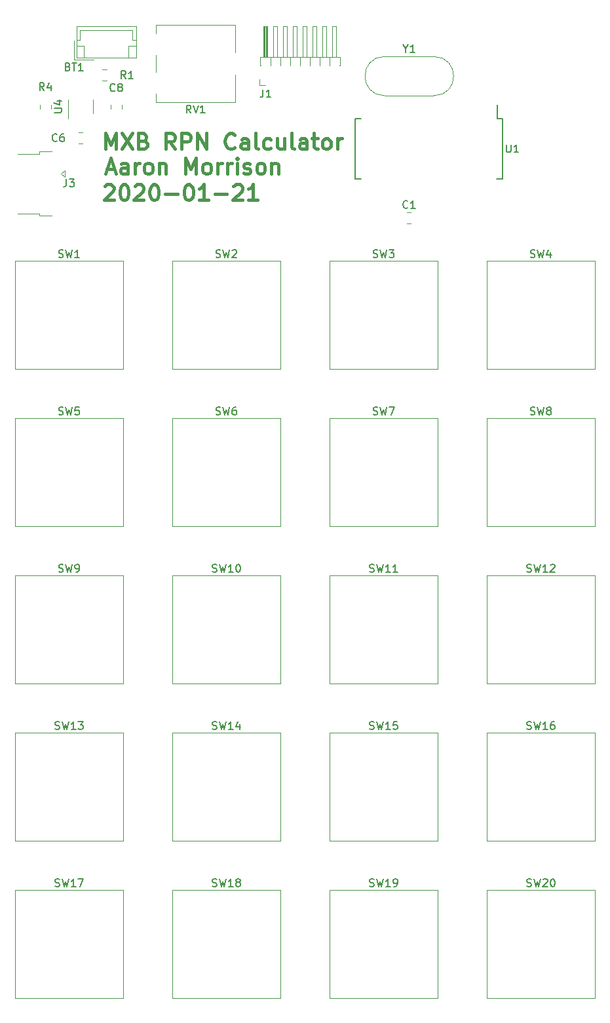
<source format=gto>
G04 #@! TF.GenerationSoftware,KiCad,Pcbnew,5.1.5*
G04 #@! TF.CreationDate,2020-01-21T16:39:42-05:00*
G04 #@! TF.ProjectId,rpn_mxb,72706e5f-6d78-4622-9e6b-696361645f70,rev?*
G04 #@! TF.SameCoordinates,Original*
G04 #@! TF.FileFunction,Legend,Top*
G04 #@! TF.FilePolarity,Positive*
%FSLAX46Y46*%
G04 Gerber Fmt 4.6, Leading zero omitted, Abs format (unit mm)*
G04 Created by KiCad (PCBNEW 5.1.5) date 2020-01-21 16:39:42*
%MOMM*%
%LPD*%
G04 APERTURE LIST*
%ADD10C,0.381000*%
%ADD11C,0.120000*%
%ADD12C,0.150000*%
G04 APERTURE END LIST*
D10*
X118908285Y-54452761D02*
X119005047Y-54356000D01*
X119198571Y-54259238D01*
X119682380Y-54259238D01*
X119875904Y-54356000D01*
X119972666Y-54452761D01*
X120069428Y-54646285D01*
X120069428Y-54839809D01*
X119972666Y-55130095D01*
X118811523Y-56291238D01*
X120069428Y-56291238D01*
X121327333Y-54259238D02*
X121520857Y-54259238D01*
X121714380Y-54356000D01*
X121811142Y-54452761D01*
X121907904Y-54646285D01*
X122004666Y-55033333D01*
X122004666Y-55517142D01*
X121907904Y-55904190D01*
X121811142Y-56097714D01*
X121714380Y-56194476D01*
X121520857Y-56291238D01*
X121327333Y-56291238D01*
X121133809Y-56194476D01*
X121037047Y-56097714D01*
X120940285Y-55904190D01*
X120843523Y-55517142D01*
X120843523Y-55033333D01*
X120940285Y-54646285D01*
X121037047Y-54452761D01*
X121133809Y-54356000D01*
X121327333Y-54259238D01*
X122778761Y-54452761D02*
X122875523Y-54356000D01*
X123069047Y-54259238D01*
X123552857Y-54259238D01*
X123746380Y-54356000D01*
X123843142Y-54452761D01*
X123939904Y-54646285D01*
X123939904Y-54839809D01*
X123843142Y-55130095D01*
X122682000Y-56291238D01*
X123939904Y-56291238D01*
X125197809Y-54259238D02*
X125391333Y-54259238D01*
X125584857Y-54356000D01*
X125681619Y-54452761D01*
X125778380Y-54646285D01*
X125875142Y-55033333D01*
X125875142Y-55517142D01*
X125778380Y-55904190D01*
X125681619Y-56097714D01*
X125584857Y-56194476D01*
X125391333Y-56291238D01*
X125197809Y-56291238D01*
X125004285Y-56194476D01*
X124907523Y-56097714D01*
X124810761Y-55904190D01*
X124714000Y-55517142D01*
X124714000Y-55033333D01*
X124810761Y-54646285D01*
X124907523Y-54452761D01*
X125004285Y-54356000D01*
X125197809Y-54259238D01*
X126746000Y-55517142D02*
X128294190Y-55517142D01*
X129648857Y-54259238D02*
X129842380Y-54259238D01*
X130035904Y-54356000D01*
X130132666Y-54452761D01*
X130229428Y-54646285D01*
X130326190Y-55033333D01*
X130326190Y-55517142D01*
X130229428Y-55904190D01*
X130132666Y-56097714D01*
X130035904Y-56194476D01*
X129842380Y-56291238D01*
X129648857Y-56291238D01*
X129455333Y-56194476D01*
X129358571Y-56097714D01*
X129261809Y-55904190D01*
X129165047Y-55517142D01*
X129165047Y-55033333D01*
X129261809Y-54646285D01*
X129358571Y-54452761D01*
X129455333Y-54356000D01*
X129648857Y-54259238D01*
X132261428Y-56291238D02*
X131100285Y-56291238D01*
X131680857Y-56291238D02*
X131680857Y-54259238D01*
X131487333Y-54549523D01*
X131293809Y-54743047D01*
X131100285Y-54839809D01*
X133132285Y-55517142D02*
X134680476Y-55517142D01*
X135551333Y-54452761D02*
X135648095Y-54356000D01*
X135841619Y-54259238D01*
X136325428Y-54259238D01*
X136518952Y-54356000D01*
X136615714Y-54452761D01*
X136712476Y-54646285D01*
X136712476Y-54839809D01*
X136615714Y-55130095D01*
X135454571Y-56291238D01*
X136712476Y-56291238D01*
X138647714Y-56291238D02*
X137486571Y-56291238D01*
X138067142Y-56291238D02*
X138067142Y-54259238D01*
X137873619Y-54549523D01*
X137680095Y-54743047D01*
X137486571Y-54839809D01*
X119174380Y-52281666D02*
X120142000Y-52281666D01*
X118980857Y-52862238D02*
X119658190Y-50830238D01*
X120335523Y-52862238D01*
X121883714Y-52862238D02*
X121883714Y-51797857D01*
X121786952Y-51604333D01*
X121593428Y-51507571D01*
X121206380Y-51507571D01*
X121012857Y-51604333D01*
X121883714Y-52765476D02*
X121690190Y-52862238D01*
X121206380Y-52862238D01*
X121012857Y-52765476D01*
X120916095Y-52571952D01*
X120916095Y-52378428D01*
X121012857Y-52184904D01*
X121206380Y-52088142D01*
X121690190Y-52088142D01*
X121883714Y-51991380D01*
X122851333Y-52862238D02*
X122851333Y-51507571D01*
X122851333Y-51894619D02*
X122948095Y-51701095D01*
X123044857Y-51604333D01*
X123238380Y-51507571D01*
X123431904Y-51507571D01*
X124399523Y-52862238D02*
X124206000Y-52765476D01*
X124109238Y-52668714D01*
X124012476Y-52475190D01*
X124012476Y-51894619D01*
X124109238Y-51701095D01*
X124206000Y-51604333D01*
X124399523Y-51507571D01*
X124689809Y-51507571D01*
X124883333Y-51604333D01*
X124980095Y-51701095D01*
X125076857Y-51894619D01*
X125076857Y-52475190D01*
X124980095Y-52668714D01*
X124883333Y-52765476D01*
X124689809Y-52862238D01*
X124399523Y-52862238D01*
X125947714Y-51507571D02*
X125947714Y-52862238D01*
X125947714Y-51701095D02*
X126044476Y-51604333D01*
X126238000Y-51507571D01*
X126528285Y-51507571D01*
X126721809Y-51604333D01*
X126818571Y-51797857D01*
X126818571Y-52862238D01*
X129334380Y-52862238D02*
X129334380Y-50830238D01*
X130011714Y-52281666D01*
X130689047Y-50830238D01*
X130689047Y-52862238D01*
X131946952Y-52862238D02*
X131753428Y-52765476D01*
X131656666Y-52668714D01*
X131559904Y-52475190D01*
X131559904Y-51894619D01*
X131656666Y-51701095D01*
X131753428Y-51604333D01*
X131946952Y-51507571D01*
X132237238Y-51507571D01*
X132430761Y-51604333D01*
X132527523Y-51701095D01*
X132624285Y-51894619D01*
X132624285Y-52475190D01*
X132527523Y-52668714D01*
X132430761Y-52765476D01*
X132237238Y-52862238D01*
X131946952Y-52862238D01*
X133495142Y-52862238D02*
X133495142Y-51507571D01*
X133495142Y-51894619D02*
X133591904Y-51701095D01*
X133688666Y-51604333D01*
X133882190Y-51507571D01*
X134075714Y-51507571D01*
X134753047Y-52862238D02*
X134753047Y-51507571D01*
X134753047Y-51894619D02*
X134849809Y-51701095D01*
X134946571Y-51604333D01*
X135140095Y-51507571D01*
X135333619Y-51507571D01*
X136010952Y-52862238D02*
X136010952Y-51507571D01*
X136010952Y-50830238D02*
X135914190Y-50927000D01*
X136010952Y-51023761D01*
X136107714Y-50927000D01*
X136010952Y-50830238D01*
X136010952Y-51023761D01*
X136881809Y-52765476D02*
X137075333Y-52862238D01*
X137462380Y-52862238D01*
X137655904Y-52765476D01*
X137752666Y-52571952D01*
X137752666Y-52475190D01*
X137655904Y-52281666D01*
X137462380Y-52184904D01*
X137172095Y-52184904D01*
X136978571Y-52088142D01*
X136881809Y-51894619D01*
X136881809Y-51797857D01*
X136978571Y-51604333D01*
X137172095Y-51507571D01*
X137462380Y-51507571D01*
X137655904Y-51604333D01*
X138913809Y-52862238D02*
X138720285Y-52765476D01*
X138623523Y-52668714D01*
X138526761Y-52475190D01*
X138526761Y-51894619D01*
X138623523Y-51701095D01*
X138720285Y-51604333D01*
X138913809Y-51507571D01*
X139204095Y-51507571D01*
X139397619Y-51604333D01*
X139494380Y-51701095D01*
X139591142Y-51894619D01*
X139591142Y-52475190D01*
X139494380Y-52668714D01*
X139397619Y-52765476D01*
X139204095Y-52862238D01*
X138913809Y-52862238D01*
X140462000Y-51507571D02*
X140462000Y-52862238D01*
X140462000Y-51701095D02*
X140558761Y-51604333D01*
X140752285Y-51507571D01*
X141042571Y-51507571D01*
X141236095Y-51604333D01*
X141332857Y-51797857D01*
X141332857Y-52862238D01*
X118968761Y-49687238D02*
X118968761Y-47655238D01*
X119646095Y-49106666D01*
X120323428Y-47655238D01*
X120323428Y-49687238D01*
X121097523Y-47655238D02*
X122452190Y-49687238D01*
X122452190Y-47655238D02*
X121097523Y-49687238D01*
X123903619Y-48622857D02*
X124193904Y-48719619D01*
X124290666Y-48816380D01*
X124387428Y-49009904D01*
X124387428Y-49300190D01*
X124290666Y-49493714D01*
X124193904Y-49590476D01*
X124000380Y-49687238D01*
X123226285Y-49687238D01*
X123226285Y-47655238D01*
X123903619Y-47655238D01*
X124097142Y-47752000D01*
X124193904Y-47848761D01*
X124290666Y-48042285D01*
X124290666Y-48235809D01*
X124193904Y-48429333D01*
X124097142Y-48526095D01*
X123903619Y-48622857D01*
X123226285Y-48622857D01*
X127967619Y-49687238D02*
X127290285Y-48719619D01*
X126806476Y-49687238D02*
X126806476Y-47655238D01*
X127580571Y-47655238D01*
X127774095Y-47752000D01*
X127870857Y-47848761D01*
X127967619Y-48042285D01*
X127967619Y-48332571D01*
X127870857Y-48526095D01*
X127774095Y-48622857D01*
X127580571Y-48719619D01*
X126806476Y-48719619D01*
X128838476Y-49687238D02*
X128838476Y-47655238D01*
X129612571Y-47655238D01*
X129806095Y-47752000D01*
X129902857Y-47848761D01*
X129999619Y-48042285D01*
X129999619Y-48332571D01*
X129902857Y-48526095D01*
X129806095Y-48622857D01*
X129612571Y-48719619D01*
X128838476Y-48719619D01*
X130870476Y-49687238D02*
X130870476Y-47655238D01*
X132031619Y-49687238D01*
X132031619Y-47655238D01*
X135708571Y-49493714D02*
X135611809Y-49590476D01*
X135321523Y-49687238D01*
X135128000Y-49687238D01*
X134837714Y-49590476D01*
X134644190Y-49396952D01*
X134547428Y-49203428D01*
X134450666Y-48816380D01*
X134450666Y-48526095D01*
X134547428Y-48139047D01*
X134644190Y-47945523D01*
X134837714Y-47752000D01*
X135128000Y-47655238D01*
X135321523Y-47655238D01*
X135611809Y-47752000D01*
X135708571Y-47848761D01*
X137450285Y-49687238D02*
X137450285Y-48622857D01*
X137353523Y-48429333D01*
X137160000Y-48332571D01*
X136772952Y-48332571D01*
X136579428Y-48429333D01*
X137450285Y-49590476D02*
X137256761Y-49687238D01*
X136772952Y-49687238D01*
X136579428Y-49590476D01*
X136482666Y-49396952D01*
X136482666Y-49203428D01*
X136579428Y-49009904D01*
X136772952Y-48913142D01*
X137256761Y-48913142D01*
X137450285Y-48816380D01*
X138708190Y-49687238D02*
X138514666Y-49590476D01*
X138417904Y-49396952D01*
X138417904Y-47655238D01*
X140353142Y-49590476D02*
X140159619Y-49687238D01*
X139772571Y-49687238D01*
X139579047Y-49590476D01*
X139482285Y-49493714D01*
X139385523Y-49300190D01*
X139385523Y-48719619D01*
X139482285Y-48526095D01*
X139579047Y-48429333D01*
X139772571Y-48332571D01*
X140159619Y-48332571D01*
X140353142Y-48429333D01*
X142094857Y-48332571D02*
X142094857Y-49687238D01*
X141224000Y-48332571D02*
X141224000Y-49396952D01*
X141320761Y-49590476D01*
X141514285Y-49687238D01*
X141804571Y-49687238D01*
X141998095Y-49590476D01*
X142094857Y-49493714D01*
X143352761Y-49687238D02*
X143159238Y-49590476D01*
X143062476Y-49396952D01*
X143062476Y-47655238D01*
X144997714Y-49687238D02*
X144997714Y-48622857D01*
X144900952Y-48429333D01*
X144707428Y-48332571D01*
X144320380Y-48332571D01*
X144126857Y-48429333D01*
X144997714Y-49590476D02*
X144804190Y-49687238D01*
X144320380Y-49687238D01*
X144126857Y-49590476D01*
X144030095Y-49396952D01*
X144030095Y-49203428D01*
X144126857Y-49009904D01*
X144320380Y-48913142D01*
X144804190Y-48913142D01*
X144997714Y-48816380D01*
X145675047Y-48332571D02*
X146449142Y-48332571D01*
X145965333Y-47655238D02*
X145965333Y-49396952D01*
X146062095Y-49590476D01*
X146255619Y-49687238D01*
X146449142Y-49687238D01*
X147416761Y-49687238D02*
X147223238Y-49590476D01*
X147126476Y-49493714D01*
X147029714Y-49300190D01*
X147029714Y-48719619D01*
X147126476Y-48526095D01*
X147223238Y-48429333D01*
X147416761Y-48332571D01*
X147707047Y-48332571D01*
X147900571Y-48429333D01*
X147997333Y-48526095D01*
X148094095Y-48719619D01*
X148094095Y-49300190D01*
X147997333Y-49493714D01*
X147900571Y-49590476D01*
X147707047Y-49687238D01*
X147416761Y-49687238D01*
X148964952Y-49687238D02*
X148964952Y-48332571D01*
X148964952Y-48719619D02*
X149061714Y-48526095D01*
X149158476Y-48429333D01*
X149352000Y-48332571D01*
X149545523Y-48332571D01*
D11*
X147955000Y-145415000D02*
X161925000Y-145415000D01*
X161925000Y-145415000D02*
X161925000Y-159385000D01*
X161925000Y-159385000D02*
X147955000Y-159385000D01*
X147955000Y-159385000D02*
X147955000Y-145415000D01*
X161469000Y-42784000D02*
G75*
G03X161469000Y-37734000I0J2525000D01*
G01*
X155069000Y-42784000D02*
G75*
G02X155069000Y-37734000I0J2525000D01*
G01*
X155069000Y-42784000D02*
X161469000Y-42784000D01*
X155069000Y-37734000D02*
X161469000Y-37734000D01*
D12*
X169657000Y-45782000D02*
X169657000Y-43957000D01*
X151257000Y-45782000D02*
X151257000Y-53532000D01*
X170307000Y-45782000D02*
X170307000Y-53532000D01*
X151257000Y-45782000D02*
X152002000Y-45782000D01*
X151257000Y-53532000D02*
X152002000Y-53532000D01*
X170307000Y-53532000D02*
X169562000Y-53532000D01*
X170307000Y-45782000D02*
X169657000Y-45782000D01*
D11*
X168275000Y-159385000D02*
X168275000Y-145415000D01*
X182245000Y-159385000D02*
X168275000Y-159385000D01*
X182245000Y-145415000D02*
X182245000Y-159385000D01*
X168275000Y-145415000D02*
X182245000Y-145415000D01*
X127635000Y-159385000D02*
X127635000Y-145415000D01*
X141605000Y-159385000D02*
X127635000Y-159385000D01*
X141605000Y-145415000D02*
X141605000Y-159385000D01*
X127635000Y-145415000D02*
X141605000Y-145415000D01*
X107315000Y-159385000D02*
X107315000Y-145415000D01*
X121285000Y-159385000D02*
X107315000Y-159385000D01*
X121285000Y-145415000D02*
X121285000Y-159385000D01*
X107315000Y-145415000D02*
X121285000Y-145415000D01*
X168275000Y-139065000D02*
X168275000Y-125095000D01*
X182245000Y-139065000D02*
X168275000Y-139065000D01*
X182245000Y-125095000D02*
X182245000Y-139065000D01*
X168275000Y-125095000D02*
X182245000Y-125095000D01*
X147955000Y-139065000D02*
X147955000Y-125095000D01*
X161925000Y-139065000D02*
X147955000Y-139065000D01*
X161925000Y-125095000D02*
X161925000Y-139065000D01*
X147955000Y-125095000D02*
X161925000Y-125095000D01*
X127635000Y-139065000D02*
X127635000Y-125095000D01*
X141605000Y-139065000D02*
X127635000Y-139065000D01*
X141605000Y-125095000D02*
X141605000Y-139065000D01*
X127635000Y-125095000D02*
X141605000Y-125095000D01*
X107315000Y-139065000D02*
X107315000Y-125095000D01*
X121285000Y-139065000D02*
X107315000Y-139065000D01*
X121285000Y-125095000D02*
X121285000Y-139065000D01*
X107315000Y-125095000D02*
X121285000Y-125095000D01*
X168275000Y-118745000D02*
X168275000Y-104775000D01*
X182245000Y-118745000D02*
X168275000Y-118745000D01*
X182245000Y-104775000D02*
X182245000Y-118745000D01*
X168275000Y-104775000D02*
X182245000Y-104775000D01*
X147955000Y-118745000D02*
X147955000Y-104775000D01*
X161925000Y-118745000D02*
X147955000Y-118745000D01*
X161925000Y-104775000D02*
X161925000Y-118745000D01*
X147955000Y-104775000D02*
X161925000Y-104775000D01*
X127635000Y-118745000D02*
X127635000Y-104775000D01*
X141605000Y-118745000D02*
X127635000Y-118745000D01*
X141605000Y-104775000D02*
X141605000Y-118745000D01*
X127635000Y-104775000D02*
X141605000Y-104775000D01*
X107315000Y-118745000D02*
X107315000Y-104775000D01*
X121285000Y-118745000D02*
X107315000Y-118745000D01*
X121285000Y-104775000D02*
X121285000Y-118745000D01*
X107315000Y-104775000D02*
X121285000Y-104775000D01*
X168275000Y-98425000D02*
X168275000Y-84455000D01*
X182245000Y-98425000D02*
X168275000Y-98425000D01*
X182245000Y-84455000D02*
X182245000Y-98425000D01*
X168275000Y-84455000D02*
X182245000Y-84455000D01*
X147955000Y-98425000D02*
X147955000Y-84455000D01*
X161925000Y-98425000D02*
X147955000Y-98425000D01*
X161925000Y-84455000D02*
X161925000Y-98425000D01*
X147955000Y-84455000D02*
X161925000Y-84455000D01*
X127635000Y-98425000D02*
X127635000Y-84455000D01*
X141605000Y-98425000D02*
X127635000Y-98425000D01*
X141605000Y-84455000D02*
X141605000Y-98425000D01*
X127635000Y-84455000D02*
X141605000Y-84455000D01*
X107315000Y-98425000D02*
X107315000Y-84455000D01*
X121285000Y-98425000D02*
X107315000Y-98425000D01*
X121285000Y-84455000D02*
X121285000Y-98425000D01*
X107315000Y-84455000D02*
X121285000Y-84455000D01*
X168275000Y-78105000D02*
X168275000Y-64135000D01*
X182245000Y-78105000D02*
X168275000Y-78105000D01*
X182245000Y-64135000D02*
X182245000Y-78105000D01*
X168275000Y-64135000D02*
X182245000Y-64135000D01*
X147955000Y-78105000D02*
X147955000Y-64135000D01*
X161925000Y-78105000D02*
X147955000Y-78105000D01*
X161925000Y-64135000D02*
X161925000Y-78105000D01*
X147955000Y-64135000D02*
X161925000Y-64135000D01*
X127635000Y-78105000D02*
X127635000Y-64135000D01*
X141605000Y-78105000D02*
X127635000Y-78105000D01*
X141605000Y-64135000D02*
X141605000Y-78105000D01*
X127635000Y-64135000D02*
X141605000Y-64135000D01*
X107315000Y-78105000D02*
X107315000Y-64135000D01*
X121285000Y-78105000D02*
X107315000Y-78105000D01*
X121285000Y-64135000D02*
X121285000Y-78105000D01*
X107315000Y-64135000D02*
X121285000Y-64135000D01*
X135756000Y-40073000D02*
X135756000Y-43668000D01*
X135756000Y-33627000D02*
X135756000Y-37223000D01*
X125516000Y-42573000D02*
X125516000Y-43668000D01*
X125516000Y-37574000D02*
X125516000Y-39723000D01*
X125516000Y-33627000D02*
X125516000Y-34722000D01*
X125516000Y-43668000D02*
X135756000Y-43668000D01*
X125516000Y-33627000D02*
X135756000Y-33627000D01*
X138940000Y-41400000D02*
X138940000Y-40640000D01*
X139700000Y-41400000D02*
X138940000Y-41400000D01*
X148850000Y-33810000D02*
X148850000Y-37810000D01*
X148330000Y-33810000D02*
X148850000Y-33810000D01*
X148330000Y-37810000D02*
X148330000Y-33810000D01*
X147939677Y-38930000D02*
X147970323Y-38930000D01*
X147955000Y-38930000D02*
X147955000Y-37810000D01*
X147580000Y-33810000D02*
X147580000Y-37810000D01*
X147060000Y-33810000D02*
X147580000Y-33810000D01*
X147060000Y-37810000D02*
X147060000Y-33810000D01*
X146669677Y-38930000D02*
X146700323Y-38930000D01*
X146685000Y-38930000D02*
X146685000Y-37810000D01*
X146310000Y-33810000D02*
X146310000Y-37810000D01*
X145790000Y-33810000D02*
X146310000Y-33810000D01*
X145790000Y-37810000D02*
X145790000Y-33810000D01*
X145399677Y-38930000D02*
X145430323Y-38930000D01*
X145415000Y-38930000D02*
X145415000Y-37810000D01*
X145040000Y-33810000D02*
X145040000Y-37810000D01*
X144520000Y-33810000D02*
X145040000Y-33810000D01*
X144520000Y-37810000D02*
X144520000Y-33810000D01*
X144129677Y-38930000D02*
X144160323Y-38930000D01*
X144145000Y-38930000D02*
X144145000Y-37810000D01*
X143770000Y-33810000D02*
X143770000Y-37810000D01*
X143250000Y-33810000D02*
X143770000Y-33810000D01*
X143250000Y-37810000D02*
X143250000Y-33810000D01*
X142859677Y-38930000D02*
X142890323Y-38930000D01*
X142875000Y-38930000D02*
X142875000Y-37810000D01*
X142500000Y-33810000D02*
X142500000Y-37810000D01*
X141980000Y-33810000D02*
X142500000Y-33810000D01*
X141980000Y-37810000D02*
X141980000Y-33810000D01*
X141589677Y-38930000D02*
X141620323Y-38930000D01*
X141605000Y-38930000D02*
X141605000Y-37810000D01*
X141230000Y-33810000D02*
X141230000Y-37810000D01*
X140710000Y-33810000D02*
X141230000Y-33810000D01*
X140710000Y-37810000D02*
X140710000Y-33810000D01*
X140319677Y-38930000D02*
X140350323Y-38930000D01*
X140335000Y-38930000D02*
X140335000Y-37810000D01*
X139860000Y-37810000D02*
X139860000Y-33810000D01*
X139740000Y-37810000D02*
X139740000Y-33810000D01*
X139620000Y-37810000D02*
X139620000Y-33810000D01*
X139500000Y-37810000D02*
X139500000Y-33810000D01*
X139960000Y-33810000D02*
X139960000Y-37810000D01*
X139440000Y-33810000D02*
X139960000Y-33810000D01*
X139440000Y-37810000D02*
X139440000Y-33810000D01*
X149285000Y-38930000D02*
X149209677Y-38930000D01*
X149285000Y-37810000D02*
X149285000Y-38930000D01*
X139005000Y-37810000D02*
X149285000Y-37810000D01*
X139005000Y-38930000D02*
X139005000Y-37810000D01*
X139080323Y-38930000D02*
X139005000Y-38930000D01*
X157971748Y-59257000D02*
X158494252Y-59257000D01*
X157971748Y-57837000D02*
X158494252Y-57837000D01*
X115246000Y-33850000D02*
X115246000Y-37870000D01*
X115246000Y-37870000D02*
X122966000Y-37870000D01*
X122966000Y-37870000D02*
X122966000Y-33850000D01*
X122966000Y-33850000D02*
X115246000Y-33850000D01*
X115246000Y-35560000D02*
X115746000Y-35560000D01*
X115746000Y-35560000D02*
X115746000Y-34350000D01*
X115746000Y-34350000D02*
X122466000Y-34350000D01*
X122466000Y-34350000D02*
X122466000Y-35560000D01*
X122466000Y-35560000D02*
X122966000Y-35560000D01*
X115246000Y-36370000D02*
X116246000Y-36370000D01*
X116246000Y-36370000D02*
X116246000Y-37870000D01*
X122966000Y-36370000D02*
X121966000Y-36370000D01*
X121966000Y-36370000D02*
X121966000Y-37870000D01*
X114946000Y-35670000D02*
X114946000Y-38170000D01*
X114946000Y-38170000D02*
X117446000Y-38170000D01*
X115562748Y-48970000D02*
X116085252Y-48970000D01*
X115562748Y-47550000D02*
X116085252Y-47550000D01*
X119686000Y-44466252D02*
X119686000Y-43943748D01*
X121106000Y-44466252D02*
X121106000Y-43943748D01*
X110486000Y-49996000D02*
X112036000Y-49996000D01*
X110486000Y-49996000D02*
X110486000Y-50296000D01*
X107686000Y-50296000D02*
X110486000Y-50296000D01*
X110486000Y-58296000D02*
X112036000Y-58296000D01*
X110486000Y-57996000D02*
X110486000Y-58296000D01*
X107686000Y-57996000D02*
X110486000Y-57996000D01*
X113736000Y-53246000D02*
X113286000Y-52846000D01*
X113736000Y-52446000D02*
X113736000Y-53246000D01*
X113286000Y-52846000D02*
X113736000Y-52446000D01*
X118619748Y-39422000D02*
X119142252Y-39422000D01*
X118619748Y-40842000D02*
X119142252Y-40842000D01*
X111962000Y-44466252D02*
X111962000Y-43943748D01*
X110542000Y-44466252D02*
X110542000Y-43943748D01*
X117434000Y-45096000D02*
X117434000Y-43296000D01*
X114214000Y-43296000D02*
X114214000Y-45746000D01*
D12*
X153130476Y-144930761D02*
X153273333Y-144978380D01*
X153511428Y-144978380D01*
X153606666Y-144930761D01*
X153654285Y-144883142D01*
X153701904Y-144787904D01*
X153701904Y-144692666D01*
X153654285Y-144597428D01*
X153606666Y-144549809D01*
X153511428Y-144502190D01*
X153320952Y-144454571D01*
X153225714Y-144406952D01*
X153178095Y-144359333D01*
X153130476Y-144264095D01*
X153130476Y-144168857D01*
X153178095Y-144073619D01*
X153225714Y-144026000D01*
X153320952Y-143978380D01*
X153559047Y-143978380D01*
X153701904Y-144026000D01*
X154035238Y-143978380D02*
X154273333Y-144978380D01*
X154463809Y-144264095D01*
X154654285Y-144978380D01*
X154892380Y-143978380D01*
X155797142Y-144978380D02*
X155225714Y-144978380D01*
X155511428Y-144978380D02*
X155511428Y-143978380D01*
X155416190Y-144121238D01*
X155320952Y-144216476D01*
X155225714Y-144264095D01*
X156273333Y-144978380D02*
X156463809Y-144978380D01*
X156559047Y-144930761D01*
X156606666Y-144883142D01*
X156701904Y-144740285D01*
X156749523Y-144549809D01*
X156749523Y-144168857D01*
X156701904Y-144073619D01*
X156654285Y-144026000D01*
X156559047Y-143978380D01*
X156368571Y-143978380D01*
X156273333Y-144026000D01*
X156225714Y-144073619D01*
X156178095Y-144168857D01*
X156178095Y-144406952D01*
X156225714Y-144502190D01*
X156273333Y-144549809D01*
X156368571Y-144597428D01*
X156559047Y-144597428D01*
X156654285Y-144549809D01*
X156701904Y-144502190D01*
X156749523Y-144406952D01*
X157792809Y-36710190D02*
X157792809Y-37186380D01*
X157459476Y-36186380D02*
X157792809Y-36710190D01*
X158126142Y-36186380D01*
X158983285Y-37186380D02*
X158411857Y-37186380D01*
X158697571Y-37186380D02*
X158697571Y-36186380D01*
X158602333Y-36329238D01*
X158507095Y-36424476D01*
X158411857Y-36472095D01*
X170815095Y-49109380D02*
X170815095Y-49918904D01*
X170862714Y-50014142D01*
X170910333Y-50061761D01*
X171005571Y-50109380D01*
X171196047Y-50109380D01*
X171291285Y-50061761D01*
X171338904Y-50014142D01*
X171386523Y-49918904D01*
X171386523Y-49109380D01*
X172386523Y-50109380D02*
X171815095Y-50109380D01*
X172100809Y-50109380D02*
X172100809Y-49109380D01*
X172005571Y-49252238D01*
X171910333Y-49347476D01*
X171815095Y-49395095D01*
X173450476Y-144930761D02*
X173593333Y-144978380D01*
X173831428Y-144978380D01*
X173926666Y-144930761D01*
X173974285Y-144883142D01*
X174021904Y-144787904D01*
X174021904Y-144692666D01*
X173974285Y-144597428D01*
X173926666Y-144549809D01*
X173831428Y-144502190D01*
X173640952Y-144454571D01*
X173545714Y-144406952D01*
X173498095Y-144359333D01*
X173450476Y-144264095D01*
X173450476Y-144168857D01*
X173498095Y-144073619D01*
X173545714Y-144026000D01*
X173640952Y-143978380D01*
X173879047Y-143978380D01*
X174021904Y-144026000D01*
X174355238Y-143978380D02*
X174593333Y-144978380D01*
X174783809Y-144264095D01*
X174974285Y-144978380D01*
X175212380Y-143978380D01*
X175545714Y-144073619D02*
X175593333Y-144026000D01*
X175688571Y-143978380D01*
X175926666Y-143978380D01*
X176021904Y-144026000D01*
X176069523Y-144073619D01*
X176117142Y-144168857D01*
X176117142Y-144264095D01*
X176069523Y-144406952D01*
X175498095Y-144978380D01*
X176117142Y-144978380D01*
X176736190Y-143978380D02*
X176831428Y-143978380D01*
X176926666Y-144026000D01*
X176974285Y-144073619D01*
X177021904Y-144168857D01*
X177069523Y-144359333D01*
X177069523Y-144597428D01*
X177021904Y-144787904D01*
X176974285Y-144883142D01*
X176926666Y-144930761D01*
X176831428Y-144978380D01*
X176736190Y-144978380D01*
X176640952Y-144930761D01*
X176593333Y-144883142D01*
X176545714Y-144787904D01*
X176498095Y-144597428D01*
X176498095Y-144359333D01*
X176545714Y-144168857D01*
X176593333Y-144073619D01*
X176640952Y-144026000D01*
X176736190Y-143978380D01*
X132810476Y-144930761D02*
X132953333Y-144978380D01*
X133191428Y-144978380D01*
X133286666Y-144930761D01*
X133334285Y-144883142D01*
X133381904Y-144787904D01*
X133381904Y-144692666D01*
X133334285Y-144597428D01*
X133286666Y-144549809D01*
X133191428Y-144502190D01*
X133000952Y-144454571D01*
X132905714Y-144406952D01*
X132858095Y-144359333D01*
X132810476Y-144264095D01*
X132810476Y-144168857D01*
X132858095Y-144073619D01*
X132905714Y-144026000D01*
X133000952Y-143978380D01*
X133239047Y-143978380D01*
X133381904Y-144026000D01*
X133715238Y-143978380D02*
X133953333Y-144978380D01*
X134143809Y-144264095D01*
X134334285Y-144978380D01*
X134572380Y-143978380D01*
X135477142Y-144978380D02*
X134905714Y-144978380D01*
X135191428Y-144978380D02*
X135191428Y-143978380D01*
X135096190Y-144121238D01*
X135000952Y-144216476D01*
X134905714Y-144264095D01*
X136048571Y-144406952D02*
X135953333Y-144359333D01*
X135905714Y-144311714D01*
X135858095Y-144216476D01*
X135858095Y-144168857D01*
X135905714Y-144073619D01*
X135953333Y-144026000D01*
X136048571Y-143978380D01*
X136239047Y-143978380D01*
X136334285Y-144026000D01*
X136381904Y-144073619D01*
X136429523Y-144168857D01*
X136429523Y-144216476D01*
X136381904Y-144311714D01*
X136334285Y-144359333D01*
X136239047Y-144406952D01*
X136048571Y-144406952D01*
X135953333Y-144454571D01*
X135905714Y-144502190D01*
X135858095Y-144597428D01*
X135858095Y-144787904D01*
X135905714Y-144883142D01*
X135953333Y-144930761D01*
X136048571Y-144978380D01*
X136239047Y-144978380D01*
X136334285Y-144930761D01*
X136381904Y-144883142D01*
X136429523Y-144787904D01*
X136429523Y-144597428D01*
X136381904Y-144502190D01*
X136334285Y-144454571D01*
X136239047Y-144406952D01*
X112490476Y-144930761D02*
X112633333Y-144978380D01*
X112871428Y-144978380D01*
X112966666Y-144930761D01*
X113014285Y-144883142D01*
X113061904Y-144787904D01*
X113061904Y-144692666D01*
X113014285Y-144597428D01*
X112966666Y-144549809D01*
X112871428Y-144502190D01*
X112680952Y-144454571D01*
X112585714Y-144406952D01*
X112538095Y-144359333D01*
X112490476Y-144264095D01*
X112490476Y-144168857D01*
X112538095Y-144073619D01*
X112585714Y-144026000D01*
X112680952Y-143978380D01*
X112919047Y-143978380D01*
X113061904Y-144026000D01*
X113395238Y-143978380D02*
X113633333Y-144978380D01*
X113823809Y-144264095D01*
X114014285Y-144978380D01*
X114252380Y-143978380D01*
X115157142Y-144978380D02*
X114585714Y-144978380D01*
X114871428Y-144978380D02*
X114871428Y-143978380D01*
X114776190Y-144121238D01*
X114680952Y-144216476D01*
X114585714Y-144264095D01*
X115490476Y-143978380D02*
X116157142Y-143978380D01*
X115728571Y-144978380D01*
X173450476Y-124610761D02*
X173593333Y-124658380D01*
X173831428Y-124658380D01*
X173926666Y-124610761D01*
X173974285Y-124563142D01*
X174021904Y-124467904D01*
X174021904Y-124372666D01*
X173974285Y-124277428D01*
X173926666Y-124229809D01*
X173831428Y-124182190D01*
X173640952Y-124134571D01*
X173545714Y-124086952D01*
X173498095Y-124039333D01*
X173450476Y-123944095D01*
X173450476Y-123848857D01*
X173498095Y-123753619D01*
X173545714Y-123706000D01*
X173640952Y-123658380D01*
X173879047Y-123658380D01*
X174021904Y-123706000D01*
X174355238Y-123658380D02*
X174593333Y-124658380D01*
X174783809Y-123944095D01*
X174974285Y-124658380D01*
X175212380Y-123658380D01*
X176117142Y-124658380D02*
X175545714Y-124658380D01*
X175831428Y-124658380D02*
X175831428Y-123658380D01*
X175736190Y-123801238D01*
X175640952Y-123896476D01*
X175545714Y-123944095D01*
X176974285Y-123658380D02*
X176783809Y-123658380D01*
X176688571Y-123706000D01*
X176640952Y-123753619D01*
X176545714Y-123896476D01*
X176498095Y-124086952D01*
X176498095Y-124467904D01*
X176545714Y-124563142D01*
X176593333Y-124610761D01*
X176688571Y-124658380D01*
X176879047Y-124658380D01*
X176974285Y-124610761D01*
X177021904Y-124563142D01*
X177069523Y-124467904D01*
X177069523Y-124229809D01*
X177021904Y-124134571D01*
X176974285Y-124086952D01*
X176879047Y-124039333D01*
X176688571Y-124039333D01*
X176593333Y-124086952D01*
X176545714Y-124134571D01*
X176498095Y-124229809D01*
X153130476Y-124610761D02*
X153273333Y-124658380D01*
X153511428Y-124658380D01*
X153606666Y-124610761D01*
X153654285Y-124563142D01*
X153701904Y-124467904D01*
X153701904Y-124372666D01*
X153654285Y-124277428D01*
X153606666Y-124229809D01*
X153511428Y-124182190D01*
X153320952Y-124134571D01*
X153225714Y-124086952D01*
X153178095Y-124039333D01*
X153130476Y-123944095D01*
X153130476Y-123848857D01*
X153178095Y-123753619D01*
X153225714Y-123706000D01*
X153320952Y-123658380D01*
X153559047Y-123658380D01*
X153701904Y-123706000D01*
X154035238Y-123658380D02*
X154273333Y-124658380D01*
X154463809Y-123944095D01*
X154654285Y-124658380D01*
X154892380Y-123658380D01*
X155797142Y-124658380D02*
X155225714Y-124658380D01*
X155511428Y-124658380D02*
X155511428Y-123658380D01*
X155416190Y-123801238D01*
X155320952Y-123896476D01*
X155225714Y-123944095D01*
X156701904Y-123658380D02*
X156225714Y-123658380D01*
X156178095Y-124134571D01*
X156225714Y-124086952D01*
X156320952Y-124039333D01*
X156559047Y-124039333D01*
X156654285Y-124086952D01*
X156701904Y-124134571D01*
X156749523Y-124229809D01*
X156749523Y-124467904D01*
X156701904Y-124563142D01*
X156654285Y-124610761D01*
X156559047Y-124658380D01*
X156320952Y-124658380D01*
X156225714Y-124610761D01*
X156178095Y-124563142D01*
X132810476Y-124610761D02*
X132953333Y-124658380D01*
X133191428Y-124658380D01*
X133286666Y-124610761D01*
X133334285Y-124563142D01*
X133381904Y-124467904D01*
X133381904Y-124372666D01*
X133334285Y-124277428D01*
X133286666Y-124229809D01*
X133191428Y-124182190D01*
X133000952Y-124134571D01*
X132905714Y-124086952D01*
X132858095Y-124039333D01*
X132810476Y-123944095D01*
X132810476Y-123848857D01*
X132858095Y-123753619D01*
X132905714Y-123706000D01*
X133000952Y-123658380D01*
X133239047Y-123658380D01*
X133381904Y-123706000D01*
X133715238Y-123658380D02*
X133953333Y-124658380D01*
X134143809Y-123944095D01*
X134334285Y-124658380D01*
X134572380Y-123658380D01*
X135477142Y-124658380D02*
X134905714Y-124658380D01*
X135191428Y-124658380D02*
X135191428Y-123658380D01*
X135096190Y-123801238D01*
X135000952Y-123896476D01*
X134905714Y-123944095D01*
X136334285Y-123991714D02*
X136334285Y-124658380D01*
X136096190Y-123610761D02*
X135858095Y-124325047D01*
X136477142Y-124325047D01*
X112490476Y-124610761D02*
X112633333Y-124658380D01*
X112871428Y-124658380D01*
X112966666Y-124610761D01*
X113014285Y-124563142D01*
X113061904Y-124467904D01*
X113061904Y-124372666D01*
X113014285Y-124277428D01*
X112966666Y-124229809D01*
X112871428Y-124182190D01*
X112680952Y-124134571D01*
X112585714Y-124086952D01*
X112538095Y-124039333D01*
X112490476Y-123944095D01*
X112490476Y-123848857D01*
X112538095Y-123753619D01*
X112585714Y-123706000D01*
X112680952Y-123658380D01*
X112919047Y-123658380D01*
X113061904Y-123706000D01*
X113395238Y-123658380D02*
X113633333Y-124658380D01*
X113823809Y-123944095D01*
X114014285Y-124658380D01*
X114252380Y-123658380D01*
X115157142Y-124658380D02*
X114585714Y-124658380D01*
X114871428Y-124658380D02*
X114871428Y-123658380D01*
X114776190Y-123801238D01*
X114680952Y-123896476D01*
X114585714Y-123944095D01*
X115490476Y-123658380D02*
X116109523Y-123658380D01*
X115776190Y-124039333D01*
X115919047Y-124039333D01*
X116014285Y-124086952D01*
X116061904Y-124134571D01*
X116109523Y-124229809D01*
X116109523Y-124467904D01*
X116061904Y-124563142D01*
X116014285Y-124610761D01*
X115919047Y-124658380D01*
X115633333Y-124658380D01*
X115538095Y-124610761D01*
X115490476Y-124563142D01*
X173450476Y-104290761D02*
X173593333Y-104338380D01*
X173831428Y-104338380D01*
X173926666Y-104290761D01*
X173974285Y-104243142D01*
X174021904Y-104147904D01*
X174021904Y-104052666D01*
X173974285Y-103957428D01*
X173926666Y-103909809D01*
X173831428Y-103862190D01*
X173640952Y-103814571D01*
X173545714Y-103766952D01*
X173498095Y-103719333D01*
X173450476Y-103624095D01*
X173450476Y-103528857D01*
X173498095Y-103433619D01*
X173545714Y-103386000D01*
X173640952Y-103338380D01*
X173879047Y-103338380D01*
X174021904Y-103386000D01*
X174355238Y-103338380D02*
X174593333Y-104338380D01*
X174783809Y-103624095D01*
X174974285Y-104338380D01*
X175212380Y-103338380D01*
X176117142Y-104338380D02*
X175545714Y-104338380D01*
X175831428Y-104338380D02*
X175831428Y-103338380D01*
X175736190Y-103481238D01*
X175640952Y-103576476D01*
X175545714Y-103624095D01*
X176498095Y-103433619D02*
X176545714Y-103386000D01*
X176640952Y-103338380D01*
X176879047Y-103338380D01*
X176974285Y-103386000D01*
X177021904Y-103433619D01*
X177069523Y-103528857D01*
X177069523Y-103624095D01*
X177021904Y-103766952D01*
X176450476Y-104338380D01*
X177069523Y-104338380D01*
X153130476Y-104290761D02*
X153273333Y-104338380D01*
X153511428Y-104338380D01*
X153606666Y-104290761D01*
X153654285Y-104243142D01*
X153701904Y-104147904D01*
X153701904Y-104052666D01*
X153654285Y-103957428D01*
X153606666Y-103909809D01*
X153511428Y-103862190D01*
X153320952Y-103814571D01*
X153225714Y-103766952D01*
X153178095Y-103719333D01*
X153130476Y-103624095D01*
X153130476Y-103528857D01*
X153178095Y-103433619D01*
X153225714Y-103386000D01*
X153320952Y-103338380D01*
X153559047Y-103338380D01*
X153701904Y-103386000D01*
X154035238Y-103338380D02*
X154273333Y-104338380D01*
X154463809Y-103624095D01*
X154654285Y-104338380D01*
X154892380Y-103338380D01*
X155797142Y-104338380D02*
X155225714Y-104338380D01*
X155511428Y-104338380D02*
X155511428Y-103338380D01*
X155416190Y-103481238D01*
X155320952Y-103576476D01*
X155225714Y-103624095D01*
X156749523Y-104338380D02*
X156178095Y-104338380D01*
X156463809Y-104338380D02*
X156463809Y-103338380D01*
X156368571Y-103481238D01*
X156273333Y-103576476D01*
X156178095Y-103624095D01*
X132810476Y-104290761D02*
X132953333Y-104338380D01*
X133191428Y-104338380D01*
X133286666Y-104290761D01*
X133334285Y-104243142D01*
X133381904Y-104147904D01*
X133381904Y-104052666D01*
X133334285Y-103957428D01*
X133286666Y-103909809D01*
X133191428Y-103862190D01*
X133000952Y-103814571D01*
X132905714Y-103766952D01*
X132858095Y-103719333D01*
X132810476Y-103624095D01*
X132810476Y-103528857D01*
X132858095Y-103433619D01*
X132905714Y-103386000D01*
X133000952Y-103338380D01*
X133239047Y-103338380D01*
X133381904Y-103386000D01*
X133715238Y-103338380D02*
X133953333Y-104338380D01*
X134143809Y-103624095D01*
X134334285Y-104338380D01*
X134572380Y-103338380D01*
X135477142Y-104338380D02*
X134905714Y-104338380D01*
X135191428Y-104338380D02*
X135191428Y-103338380D01*
X135096190Y-103481238D01*
X135000952Y-103576476D01*
X134905714Y-103624095D01*
X136096190Y-103338380D02*
X136191428Y-103338380D01*
X136286666Y-103386000D01*
X136334285Y-103433619D01*
X136381904Y-103528857D01*
X136429523Y-103719333D01*
X136429523Y-103957428D01*
X136381904Y-104147904D01*
X136334285Y-104243142D01*
X136286666Y-104290761D01*
X136191428Y-104338380D01*
X136096190Y-104338380D01*
X136000952Y-104290761D01*
X135953333Y-104243142D01*
X135905714Y-104147904D01*
X135858095Y-103957428D01*
X135858095Y-103719333D01*
X135905714Y-103528857D01*
X135953333Y-103433619D01*
X136000952Y-103386000D01*
X136096190Y-103338380D01*
X112966666Y-104290761D02*
X113109523Y-104338380D01*
X113347619Y-104338380D01*
X113442857Y-104290761D01*
X113490476Y-104243142D01*
X113538095Y-104147904D01*
X113538095Y-104052666D01*
X113490476Y-103957428D01*
X113442857Y-103909809D01*
X113347619Y-103862190D01*
X113157142Y-103814571D01*
X113061904Y-103766952D01*
X113014285Y-103719333D01*
X112966666Y-103624095D01*
X112966666Y-103528857D01*
X113014285Y-103433619D01*
X113061904Y-103386000D01*
X113157142Y-103338380D01*
X113395238Y-103338380D01*
X113538095Y-103386000D01*
X113871428Y-103338380D02*
X114109523Y-104338380D01*
X114300000Y-103624095D01*
X114490476Y-104338380D01*
X114728571Y-103338380D01*
X115157142Y-104338380D02*
X115347619Y-104338380D01*
X115442857Y-104290761D01*
X115490476Y-104243142D01*
X115585714Y-104100285D01*
X115633333Y-103909809D01*
X115633333Y-103528857D01*
X115585714Y-103433619D01*
X115538095Y-103386000D01*
X115442857Y-103338380D01*
X115252380Y-103338380D01*
X115157142Y-103386000D01*
X115109523Y-103433619D01*
X115061904Y-103528857D01*
X115061904Y-103766952D01*
X115109523Y-103862190D01*
X115157142Y-103909809D01*
X115252380Y-103957428D01*
X115442857Y-103957428D01*
X115538095Y-103909809D01*
X115585714Y-103862190D01*
X115633333Y-103766952D01*
X173926666Y-83970761D02*
X174069523Y-84018380D01*
X174307619Y-84018380D01*
X174402857Y-83970761D01*
X174450476Y-83923142D01*
X174498095Y-83827904D01*
X174498095Y-83732666D01*
X174450476Y-83637428D01*
X174402857Y-83589809D01*
X174307619Y-83542190D01*
X174117142Y-83494571D01*
X174021904Y-83446952D01*
X173974285Y-83399333D01*
X173926666Y-83304095D01*
X173926666Y-83208857D01*
X173974285Y-83113619D01*
X174021904Y-83066000D01*
X174117142Y-83018380D01*
X174355238Y-83018380D01*
X174498095Y-83066000D01*
X174831428Y-83018380D02*
X175069523Y-84018380D01*
X175260000Y-83304095D01*
X175450476Y-84018380D01*
X175688571Y-83018380D01*
X176212380Y-83446952D02*
X176117142Y-83399333D01*
X176069523Y-83351714D01*
X176021904Y-83256476D01*
X176021904Y-83208857D01*
X176069523Y-83113619D01*
X176117142Y-83066000D01*
X176212380Y-83018380D01*
X176402857Y-83018380D01*
X176498095Y-83066000D01*
X176545714Y-83113619D01*
X176593333Y-83208857D01*
X176593333Y-83256476D01*
X176545714Y-83351714D01*
X176498095Y-83399333D01*
X176402857Y-83446952D01*
X176212380Y-83446952D01*
X176117142Y-83494571D01*
X176069523Y-83542190D01*
X176021904Y-83637428D01*
X176021904Y-83827904D01*
X176069523Y-83923142D01*
X176117142Y-83970761D01*
X176212380Y-84018380D01*
X176402857Y-84018380D01*
X176498095Y-83970761D01*
X176545714Y-83923142D01*
X176593333Y-83827904D01*
X176593333Y-83637428D01*
X176545714Y-83542190D01*
X176498095Y-83494571D01*
X176402857Y-83446952D01*
X153606666Y-83970761D02*
X153749523Y-84018380D01*
X153987619Y-84018380D01*
X154082857Y-83970761D01*
X154130476Y-83923142D01*
X154178095Y-83827904D01*
X154178095Y-83732666D01*
X154130476Y-83637428D01*
X154082857Y-83589809D01*
X153987619Y-83542190D01*
X153797142Y-83494571D01*
X153701904Y-83446952D01*
X153654285Y-83399333D01*
X153606666Y-83304095D01*
X153606666Y-83208857D01*
X153654285Y-83113619D01*
X153701904Y-83066000D01*
X153797142Y-83018380D01*
X154035238Y-83018380D01*
X154178095Y-83066000D01*
X154511428Y-83018380D02*
X154749523Y-84018380D01*
X154940000Y-83304095D01*
X155130476Y-84018380D01*
X155368571Y-83018380D01*
X155654285Y-83018380D02*
X156320952Y-83018380D01*
X155892380Y-84018380D01*
X133286666Y-83970761D02*
X133429523Y-84018380D01*
X133667619Y-84018380D01*
X133762857Y-83970761D01*
X133810476Y-83923142D01*
X133858095Y-83827904D01*
X133858095Y-83732666D01*
X133810476Y-83637428D01*
X133762857Y-83589809D01*
X133667619Y-83542190D01*
X133477142Y-83494571D01*
X133381904Y-83446952D01*
X133334285Y-83399333D01*
X133286666Y-83304095D01*
X133286666Y-83208857D01*
X133334285Y-83113619D01*
X133381904Y-83066000D01*
X133477142Y-83018380D01*
X133715238Y-83018380D01*
X133858095Y-83066000D01*
X134191428Y-83018380D02*
X134429523Y-84018380D01*
X134620000Y-83304095D01*
X134810476Y-84018380D01*
X135048571Y-83018380D01*
X135858095Y-83018380D02*
X135667619Y-83018380D01*
X135572380Y-83066000D01*
X135524761Y-83113619D01*
X135429523Y-83256476D01*
X135381904Y-83446952D01*
X135381904Y-83827904D01*
X135429523Y-83923142D01*
X135477142Y-83970761D01*
X135572380Y-84018380D01*
X135762857Y-84018380D01*
X135858095Y-83970761D01*
X135905714Y-83923142D01*
X135953333Y-83827904D01*
X135953333Y-83589809D01*
X135905714Y-83494571D01*
X135858095Y-83446952D01*
X135762857Y-83399333D01*
X135572380Y-83399333D01*
X135477142Y-83446952D01*
X135429523Y-83494571D01*
X135381904Y-83589809D01*
X112966666Y-83970761D02*
X113109523Y-84018380D01*
X113347619Y-84018380D01*
X113442857Y-83970761D01*
X113490476Y-83923142D01*
X113538095Y-83827904D01*
X113538095Y-83732666D01*
X113490476Y-83637428D01*
X113442857Y-83589809D01*
X113347619Y-83542190D01*
X113157142Y-83494571D01*
X113061904Y-83446952D01*
X113014285Y-83399333D01*
X112966666Y-83304095D01*
X112966666Y-83208857D01*
X113014285Y-83113619D01*
X113061904Y-83066000D01*
X113157142Y-83018380D01*
X113395238Y-83018380D01*
X113538095Y-83066000D01*
X113871428Y-83018380D02*
X114109523Y-84018380D01*
X114300000Y-83304095D01*
X114490476Y-84018380D01*
X114728571Y-83018380D01*
X115585714Y-83018380D02*
X115109523Y-83018380D01*
X115061904Y-83494571D01*
X115109523Y-83446952D01*
X115204761Y-83399333D01*
X115442857Y-83399333D01*
X115538095Y-83446952D01*
X115585714Y-83494571D01*
X115633333Y-83589809D01*
X115633333Y-83827904D01*
X115585714Y-83923142D01*
X115538095Y-83970761D01*
X115442857Y-84018380D01*
X115204761Y-84018380D01*
X115109523Y-83970761D01*
X115061904Y-83923142D01*
X173926666Y-63650761D02*
X174069523Y-63698380D01*
X174307619Y-63698380D01*
X174402857Y-63650761D01*
X174450476Y-63603142D01*
X174498095Y-63507904D01*
X174498095Y-63412666D01*
X174450476Y-63317428D01*
X174402857Y-63269809D01*
X174307619Y-63222190D01*
X174117142Y-63174571D01*
X174021904Y-63126952D01*
X173974285Y-63079333D01*
X173926666Y-62984095D01*
X173926666Y-62888857D01*
X173974285Y-62793619D01*
X174021904Y-62746000D01*
X174117142Y-62698380D01*
X174355238Y-62698380D01*
X174498095Y-62746000D01*
X174831428Y-62698380D02*
X175069523Y-63698380D01*
X175260000Y-62984095D01*
X175450476Y-63698380D01*
X175688571Y-62698380D01*
X176498095Y-63031714D02*
X176498095Y-63698380D01*
X176260000Y-62650761D02*
X176021904Y-63365047D01*
X176640952Y-63365047D01*
X153606666Y-63650761D02*
X153749523Y-63698380D01*
X153987619Y-63698380D01*
X154082857Y-63650761D01*
X154130476Y-63603142D01*
X154178095Y-63507904D01*
X154178095Y-63412666D01*
X154130476Y-63317428D01*
X154082857Y-63269809D01*
X153987619Y-63222190D01*
X153797142Y-63174571D01*
X153701904Y-63126952D01*
X153654285Y-63079333D01*
X153606666Y-62984095D01*
X153606666Y-62888857D01*
X153654285Y-62793619D01*
X153701904Y-62746000D01*
X153797142Y-62698380D01*
X154035238Y-62698380D01*
X154178095Y-62746000D01*
X154511428Y-62698380D02*
X154749523Y-63698380D01*
X154940000Y-62984095D01*
X155130476Y-63698380D01*
X155368571Y-62698380D01*
X155654285Y-62698380D02*
X156273333Y-62698380D01*
X155940000Y-63079333D01*
X156082857Y-63079333D01*
X156178095Y-63126952D01*
X156225714Y-63174571D01*
X156273333Y-63269809D01*
X156273333Y-63507904D01*
X156225714Y-63603142D01*
X156178095Y-63650761D01*
X156082857Y-63698380D01*
X155797142Y-63698380D01*
X155701904Y-63650761D01*
X155654285Y-63603142D01*
X133286666Y-63650761D02*
X133429523Y-63698380D01*
X133667619Y-63698380D01*
X133762857Y-63650761D01*
X133810476Y-63603142D01*
X133858095Y-63507904D01*
X133858095Y-63412666D01*
X133810476Y-63317428D01*
X133762857Y-63269809D01*
X133667619Y-63222190D01*
X133477142Y-63174571D01*
X133381904Y-63126952D01*
X133334285Y-63079333D01*
X133286666Y-62984095D01*
X133286666Y-62888857D01*
X133334285Y-62793619D01*
X133381904Y-62746000D01*
X133477142Y-62698380D01*
X133715238Y-62698380D01*
X133858095Y-62746000D01*
X134191428Y-62698380D02*
X134429523Y-63698380D01*
X134620000Y-62984095D01*
X134810476Y-63698380D01*
X135048571Y-62698380D01*
X135381904Y-62793619D02*
X135429523Y-62746000D01*
X135524761Y-62698380D01*
X135762857Y-62698380D01*
X135858095Y-62746000D01*
X135905714Y-62793619D01*
X135953333Y-62888857D01*
X135953333Y-62984095D01*
X135905714Y-63126952D01*
X135334285Y-63698380D01*
X135953333Y-63698380D01*
X112966666Y-63650761D02*
X113109523Y-63698380D01*
X113347619Y-63698380D01*
X113442857Y-63650761D01*
X113490476Y-63603142D01*
X113538095Y-63507904D01*
X113538095Y-63412666D01*
X113490476Y-63317428D01*
X113442857Y-63269809D01*
X113347619Y-63222190D01*
X113157142Y-63174571D01*
X113061904Y-63126952D01*
X113014285Y-63079333D01*
X112966666Y-62984095D01*
X112966666Y-62888857D01*
X113014285Y-62793619D01*
X113061904Y-62746000D01*
X113157142Y-62698380D01*
X113395238Y-62698380D01*
X113538095Y-62746000D01*
X113871428Y-62698380D02*
X114109523Y-63698380D01*
X114300000Y-62984095D01*
X114490476Y-63698380D01*
X114728571Y-62698380D01*
X115633333Y-63698380D02*
X115061904Y-63698380D01*
X115347619Y-63698380D02*
X115347619Y-62698380D01*
X115252380Y-62841238D01*
X115157142Y-62936476D01*
X115061904Y-62984095D01*
X130040761Y-45029380D02*
X129707428Y-44553190D01*
X129469333Y-45029380D02*
X129469333Y-44029380D01*
X129850285Y-44029380D01*
X129945523Y-44077000D01*
X129993142Y-44124619D01*
X130040761Y-44219857D01*
X130040761Y-44362714D01*
X129993142Y-44457952D01*
X129945523Y-44505571D01*
X129850285Y-44553190D01*
X129469333Y-44553190D01*
X130326476Y-44029380D02*
X130659809Y-45029380D01*
X130993142Y-44029380D01*
X131850285Y-45029380D02*
X131278857Y-45029380D01*
X131564571Y-45029380D02*
X131564571Y-44029380D01*
X131469333Y-44172238D01*
X131374095Y-44267476D01*
X131278857Y-44315095D01*
X139366666Y-41997380D02*
X139366666Y-42711666D01*
X139319047Y-42854523D01*
X139223809Y-42949761D01*
X139080952Y-42997380D01*
X138985714Y-42997380D01*
X140366666Y-42997380D02*
X139795238Y-42997380D01*
X140080952Y-42997380D02*
X140080952Y-41997380D01*
X139985714Y-42140238D01*
X139890476Y-42235476D01*
X139795238Y-42283095D01*
X158066333Y-57254142D02*
X158018714Y-57301761D01*
X157875857Y-57349380D01*
X157780619Y-57349380D01*
X157637761Y-57301761D01*
X157542523Y-57206523D01*
X157494904Y-57111285D01*
X157447285Y-56920809D01*
X157447285Y-56777952D01*
X157494904Y-56587476D01*
X157542523Y-56492238D01*
X157637761Y-56397000D01*
X157780619Y-56349380D01*
X157875857Y-56349380D01*
X158018714Y-56397000D01*
X158066333Y-56444619D01*
X159018714Y-57349380D02*
X158447285Y-57349380D01*
X158733000Y-57349380D02*
X158733000Y-56349380D01*
X158637761Y-56492238D01*
X158542523Y-56587476D01*
X158447285Y-56635095D01*
X114149285Y-39044571D02*
X114292142Y-39092190D01*
X114339761Y-39139809D01*
X114387380Y-39235047D01*
X114387380Y-39377904D01*
X114339761Y-39473142D01*
X114292142Y-39520761D01*
X114196904Y-39568380D01*
X113815952Y-39568380D01*
X113815952Y-38568380D01*
X114149285Y-38568380D01*
X114244523Y-38616000D01*
X114292142Y-38663619D01*
X114339761Y-38758857D01*
X114339761Y-38854095D01*
X114292142Y-38949333D01*
X114244523Y-38996952D01*
X114149285Y-39044571D01*
X113815952Y-39044571D01*
X114673095Y-38568380D02*
X115244523Y-38568380D01*
X114958809Y-39568380D02*
X114958809Y-38568380D01*
X116101666Y-39568380D02*
X115530238Y-39568380D01*
X115815952Y-39568380D02*
X115815952Y-38568380D01*
X115720714Y-38711238D01*
X115625476Y-38806476D01*
X115530238Y-38854095D01*
X112736333Y-48617142D02*
X112688714Y-48664761D01*
X112545857Y-48712380D01*
X112450619Y-48712380D01*
X112307761Y-48664761D01*
X112212523Y-48569523D01*
X112164904Y-48474285D01*
X112117285Y-48283809D01*
X112117285Y-48140952D01*
X112164904Y-47950476D01*
X112212523Y-47855238D01*
X112307761Y-47760000D01*
X112450619Y-47712380D01*
X112545857Y-47712380D01*
X112688714Y-47760000D01*
X112736333Y-47807619D01*
X113593476Y-47712380D02*
X113403000Y-47712380D01*
X113307761Y-47760000D01*
X113260142Y-47807619D01*
X113164904Y-47950476D01*
X113117285Y-48140952D01*
X113117285Y-48521904D01*
X113164904Y-48617142D01*
X113212523Y-48664761D01*
X113307761Y-48712380D01*
X113498238Y-48712380D01*
X113593476Y-48664761D01*
X113641095Y-48617142D01*
X113688714Y-48521904D01*
X113688714Y-48283809D01*
X113641095Y-48188571D01*
X113593476Y-48140952D01*
X113498238Y-48093333D01*
X113307761Y-48093333D01*
X113212523Y-48140952D01*
X113164904Y-48188571D01*
X113117285Y-48283809D01*
X120229333Y-42140142D02*
X120181714Y-42187761D01*
X120038857Y-42235380D01*
X119943619Y-42235380D01*
X119800761Y-42187761D01*
X119705523Y-42092523D01*
X119657904Y-41997285D01*
X119610285Y-41806809D01*
X119610285Y-41663952D01*
X119657904Y-41473476D01*
X119705523Y-41378238D01*
X119800761Y-41283000D01*
X119943619Y-41235380D01*
X120038857Y-41235380D01*
X120181714Y-41283000D01*
X120229333Y-41330619D01*
X120800761Y-41663952D02*
X120705523Y-41616333D01*
X120657904Y-41568714D01*
X120610285Y-41473476D01*
X120610285Y-41425857D01*
X120657904Y-41330619D01*
X120705523Y-41283000D01*
X120800761Y-41235380D01*
X120991238Y-41235380D01*
X121086476Y-41283000D01*
X121134095Y-41330619D01*
X121181714Y-41425857D01*
X121181714Y-41473476D01*
X121134095Y-41568714D01*
X121086476Y-41616333D01*
X120991238Y-41663952D01*
X120800761Y-41663952D01*
X120705523Y-41711571D01*
X120657904Y-41759190D01*
X120610285Y-41854428D01*
X120610285Y-42044904D01*
X120657904Y-42140142D01*
X120705523Y-42187761D01*
X120800761Y-42235380D01*
X120991238Y-42235380D01*
X121086476Y-42187761D01*
X121134095Y-42140142D01*
X121181714Y-42044904D01*
X121181714Y-41854428D01*
X121134095Y-41759190D01*
X121086476Y-41711571D01*
X120991238Y-41663952D01*
X113966666Y-53554380D02*
X113966666Y-54268666D01*
X113919047Y-54411523D01*
X113823809Y-54506761D01*
X113680952Y-54554380D01*
X113585714Y-54554380D01*
X114347619Y-53554380D02*
X114966666Y-53554380D01*
X114633333Y-53935333D01*
X114776190Y-53935333D01*
X114871428Y-53982952D01*
X114919047Y-54030571D01*
X114966666Y-54125809D01*
X114966666Y-54363904D01*
X114919047Y-54459142D01*
X114871428Y-54506761D01*
X114776190Y-54554380D01*
X114490476Y-54554380D01*
X114395238Y-54506761D01*
X114347619Y-54459142D01*
X121626333Y-40584380D02*
X121293000Y-40108190D01*
X121054904Y-40584380D02*
X121054904Y-39584380D01*
X121435857Y-39584380D01*
X121531095Y-39632000D01*
X121578714Y-39679619D01*
X121626333Y-39774857D01*
X121626333Y-39917714D01*
X121578714Y-40012952D01*
X121531095Y-40060571D01*
X121435857Y-40108190D01*
X121054904Y-40108190D01*
X122578714Y-40584380D02*
X122007285Y-40584380D01*
X122293000Y-40584380D02*
X122293000Y-39584380D01*
X122197761Y-39727238D01*
X122102523Y-39822476D01*
X122007285Y-39870095D01*
X111085333Y-42108380D02*
X110752000Y-41632190D01*
X110513904Y-42108380D02*
X110513904Y-41108380D01*
X110894857Y-41108380D01*
X110990095Y-41156000D01*
X111037714Y-41203619D01*
X111085333Y-41298857D01*
X111085333Y-41441714D01*
X111037714Y-41536952D01*
X110990095Y-41584571D01*
X110894857Y-41632190D01*
X110513904Y-41632190D01*
X111942476Y-41441714D02*
X111942476Y-42108380D01*
X111704380Y-41060761D02*
X111466285Y-41775047D01*
X112085333Y-41775047D01*
X112376380Y-44957904D02*
X113185904Y-44957904D01*
X113281142Y-44910285D01*
X113328761Y-44862666D01*
X113376380Y-44767428D01*
X113376380Y-44576952D01*
X113328761Y-44481714D01*
X113281142Y-44434095D01*
X113185904Y-44386476D01*
X112376380Y-44386476D01*
X112709714Y-43481714D02*
X113376380Y-43481714D01*
X112328761Y-43719809D02*
X113043047Y-43957904D01*
X113043047Y-43338857D01*
M02*

</source>
